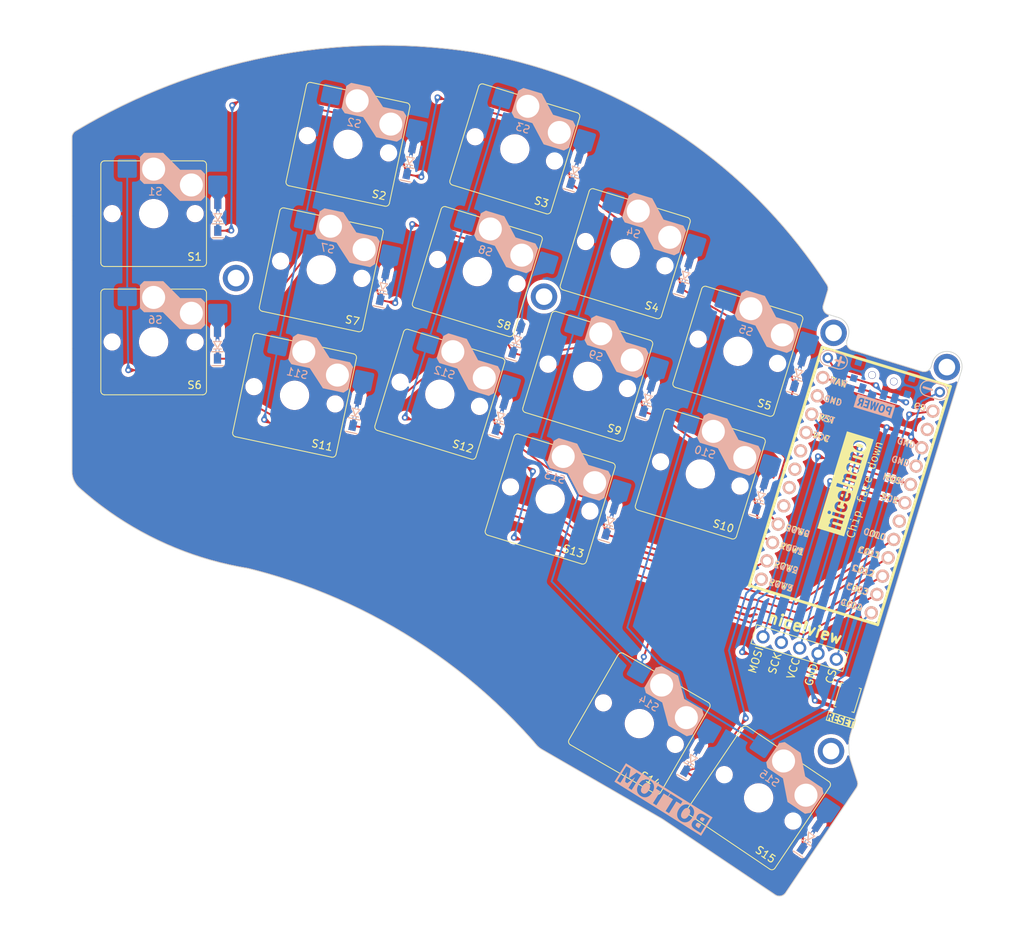
<source format=kicad_pcb>
(kicad_pcb (version 20241229) (generator "pcbnew") (generator_version "9.0")
  (title_block (title "Koeleria") (rev "v1.1"))
  (layers (0 "F.Cu" signal) (2 "B.Cu" signal) (13 "F.Paste" user) (15 "B.Paste" user) (5 "F.SilkS" user "F.Silkscreen") (7 "B.SilkS" user "B.Silkscreen") (1 "F.Mask" user) (3 "B.Mask" user) (25 "Edge.Cuts" user))
  (net 0 "")
  (net 1 "pinky_home")
  (net 2 "pinky_top")
  (net 3 "ring_bottom")
  (net 4 "ring_home")
  (net 5 "ring_top")
  (net 6 "middle_bottom")
  (net 7 "middle_home")
  (net 8 "middle_top")
  (net 9 "index_bottom")
  (net 10 "index_home")
  (net 11 "index_top")
  (net 12 "inner_bottom")
  (net 13 "inner_home")
  (net 14 "inner_thumb")
  (net 15 "space_thumb")
  (footprint "" (layer "F.Cu") (at 251.905376 166.665948)
    (property "Reference" "")
    (property "Value" "")
  )
  (footprint "kibuzzard-6365884B" (layer "F.Cu") (at 253.825376 131.255948 73.02)
    (property "Reference" "kibuzzard-6365884B" (hide yes))
    (property "Value" "G***" (hide yes))
  )
  (footprint "KiCad Footprints:ducky_Hotswap_Kailh_Choc_V1_tweaked" (layer "F.Cu") (at 219.66741 117.010608 -17.01)
    (property "Reference" "S9")
    (property "Value" "")
  )
  (footprint "KiCad Footprints:ducky_Hotswap_Kailh_Choc_V1_tweaked" (layer "F.Cu") (at 162.147788 95.451622)
    (property "Reference" "S1")
    (property "Value" "")
  )
  (footprint "KiCad Footprints:ducky_Hotswap_Kailh_Choc_V1_tweaked" (layer "F.Cu") (at 205.037783 103.124919 -17)
    (property "Reference" "S8")
    (property "Value" "")
  )
  (footprint "KiCad Footprints:ducky_Hotswap_Kailh_Choc_V1_tweaked" (layer "F.Cu") (at 242.314893 172.863983 -34.01)
    (property "Reference" "S15")
    (property "Value" "")
  )
  (footprint "" (layer "F.Cu") (at 267.257333 115.781569)
    (property "Reference" "")
    (property "Value" "")
  )
  (footprint "Button_Switch_SMD:SW_SPST_B3U-1000P" (layer "F.Cu") (at 254.095376 159.565948 73)
    (property "Reference" "RESET")
    (property "Value" "SW_SPST_B3U-1000P" (hide yes))
  )
  (footprint "KiCad Footprints:ducky_Hotswap_Kailh_Choc_V1_tweaked" (layer "F.Cu") (at 162.147788 112.451622)
    (property "Reference" "S6")
    (property "Value" "")
  )
  (footprint "KiCad Footprints:ducky_Hotswap_Kailh_Choc_V1_tweaked" (layer "F.Cu") (at 184.35682 102.89099 -12)
    (property "Reference" "S7")
    (property "Value" "")
  )
  (footprint "" (layer "F.Cu") (at 173.065376 103.985948)
    (property "Reference" "")
    (property "Value" "")
  )
  (footprint "" (layer "F.Cu") (at 213.875376 106.445948)
    (property "Reference" "")
    (property "Value" "")
  )
  (footprint "KiCad Footprints:ducky_Hotswap_Kailh_Choc_V1_tweaked" (layer "F.Cu") (at 200.067464 119.3821 -17)
    (property "Reference" "S12")
    (property "Value" "")
  )
  (footprint "kibuzzard-636588C8" (layer "F.Cu") (at 256.412284 132.084169 73.02)
    (property "Reference" "kibuzzard-636588C8" (hide yes))
    (property "Value" "G***" (hide yes))
  )
  (footprint "KiCad Footprints:ducky_Hotswap_Kailh_Choc_V1_tweaked" (layer "F.Cu") (at 210.008102 86.867738 -17)
    (property "Reference" "S3")
    (property "Value" "")
  )
  (footprint "" (layer "F.Cu") (at 252.245376 111.245948)
    (property "Reference" "")
    (property "Value" "")
  )
  (footprint "KiCad Footprints:ducky_1pin_Battery" (layer "F.Cu") (at 251.478296 114.562255 -17)
    (property "Reference" "Bat+0" (hide yes))
    (property "Value" "MountingHole_Pad" (hide yes))
  )
  (footprint "KiCad Footprints:ducky_1pin_Battery" (layer "F.Cu") (at 266.322456 119.089641 163)
    (property "Reference" "Bat+0" (hide yes))
    (property "Value" "MountingHole_Pad" (hide yes))
  )
  (footprint "KiCad Footprints:ducky_Hotswap_Kailh_Choc_V1_tweaked" (layer "F.Cu") (at 224.640566 100.754295 -17.01)
    (property "Reference" "S4")
    (property "Value" "")
  )
  (footprint "KiCad Footprints:ducky_Hotswap_Kailh_Choc_V1_tweaked" (layer "F.Cu") (at 239.560308 113.686285 -17.02)
    (property "Reference" "S5")
    (property "Value" "")
  )
  (footprint "KiCad Footprints:ducky_Hotswap_Kailh_Choc_V1_tweaked" (layer "F.Cu") (at 180.822322 119.519499 -12)
    (property "Reference" "S11")
    (property "Value" "")
  )
  (footprint "KiCad Footprints:ducky_Hotswap_Kailh_Choc_V1_tweaked" (layer "F.Cu") (at 234.584314 129.94173 -17.02)
    (property "Reference" "S10")
    (property "Value" "")
  )
  (footprint "KiCad Footprints:ducky_Hotswap_Kailh_Choc_V1_tweaked" (layer "F.Cu") (at 226.505863 163.024037 -30.01)
    (property "Reference" "S14")
    (property "Value" "")
  )
  (footprint "KiCad Footprints:ducky_Hotswap_Kailh_Choc_V1_tweaked" (layer "F.Cu") (at 187.891319 86.26248 -12)
    (property "Reference" "S2")
    (property "Value" "")
  )
  (footprint "KiCad Footprints:ducky_nice_view" (layer "F.Cu") (at 252.566416 137.245986 -16.98)
    (property "Reference" "DISP1" (hide yes))
    (property "Value" "" (hide yes))
  )
  (footprint "KiCad Footprints:ducky_Hotswap_Kailh_Choc_V1_tweaked" (layer "F.Cu") (at 214.694253 133.266922 -17.01)
    (property "Reference" "S13")
    (property "Value" "")
  )
  (footprint "KiCad Footprints:ducky_diode" (layer "B.Cu") (at 227.685376 119.895948 72.99)
    (property "Reference" "D7" (hide yes))
    (property "Value" "" (hide yes))
  )
  (footprint "urchin-footprints:smt-slider-switch" (layer "B.Cu") (at 258.785376 117.265948 163.25)
    (property "Reference" "SW_POWER1" (hide yes))
    (property "Value" "SW_SPDT" (hide yes))
  )
  (footprint "KiCad Footprints:ducky_diode" (layer "B.Cu") (at 222.725376 136.155948 72.99)
    (property "Reference" "D12" (hide yes))
    (property "Value" "" (hide yes))
  )
  (footprint "KiCad Footprints:ducky_diode" (layer "B.Cu") (at 218.075376 89.675948 73)
    (property "Reference" "D2" (hide yes))
    (property "Value" "" (hide yes))
  )
  (footprint "KiCad Footprints:duckey diode" (layer "B.Cu") (at 170.725376 95.825948 90)
    (property "Reference" "D4" (hide yes))
    (property "Value" "" (hide yes))
  )
  (footprint "KiCad Footprints:ducky_diode" (layer "B.Cu") (at 249.195376 178.035948 55.99)
    (property "Reference" "D15" (hide yes))
    (property "Value" "" (hide yes))
  )
  (footprint "KiCad Footprints:ducky_nice_nano" (layer "B.Cu") (at 254.037788 132.751622 -106.98)
    (property "Reference" "U2" (hide yes))
    (property "Value" "nice_nano" (hide yes))
  )
  (footprint "KiCad Footprints:ducky_diode" (layer "B.Cu") (at 170.685376 112.765948 90)
    (property "Reference" "D9" (hide yes))
    (property "Value" "" (hide yes))
  )
  (footprint "KiCad Footprints:ducky_diode" (layer "B.Cu") (at 196.175376 88.375948 78)
    (property "Reference" "D1" (hide yes))
    (property "Value" "" (hide yes))
  )
  (footprint "KiCad Footprints:ducky_diode" (layer "B.Cu") (at 208.175376 122.285948 73)
    (property "Reference" "D11" (hide yes))
    (property "Value" "" (hide yes))
  )
  (footprint "kibuzzard-6365951E" (layer "B.Cu") (at 257.665376 120.965948 163.02)
    (property "Reference" "kibuzzard-6365951E" (hide yes))
    (property "Value" "G***" (hide yes))
  )
  (footprint "KiCad Footprints:ducky_diode" (layer "B.Cu") (at 242.665376 132.835948 72.98)
    (property "Reference" "D13" (hide yes))
    (property "Value" "" (hide yes))
  )
  (footprint "KiCad Footprints:ducky_diode" (layer "B.Cu") (at 192.635376 105.055948 78)
    (property "Reference" "D5" (hide yes))
    (property "Value" "" (hide yes))
  )
  (footprint "KiCad Footprints:ducky_diode" (layer "B.Cu") (at 210.385376 112.105948 73)
    (property "Reference" "D6" (hide yes))
    (property "Value" "" (hide yes))
  )
  (footprint "KiCad Footprints:ducky_diode" (layer "B.Cu") (at 247.665376 116.545948 72.98)
    (property "Reference" "D8" (hide yes))
    (property "Value" "" (hide yes))
  )
  (footprint "KiCad Footprints:ducky_diode" (layer "B.Cu") (at 232.685376 103.595948 72.99)
    (property "Reference" "D3" (hide yes))
    (property "Value" "" (hide yes))
  )
  (footprint "KiCad Footprints:ducky_diode" (layer "B.Cu") (at 189.005376 121.705948 78)
    (property "Reference" "D10" (hide yes))
    (property "Value" "" (hide yes))
  )
  (footprint "KiCad Footprints:ducky_diode" (layer "B.Cu") (at 233.625376 167.725948 59.99)
    (property "Reference" "D14" (hide yes))
    (property "Value" "" (hide yes))
  )
  (gr_arc (start 213.600073 166.460934) (mid 213.10345 166.101814) (end 212.690188 165.64925) (stroke (width 0.1)) (layer "Edge.Cuts"))
  (gr_line (start 269.198012 116.245531) (end 254.540523 164.247935) (stroke (width 0.1)) (layer "Edge.Cuts"))
  (gr_arc (start 151.800639 84.486504) (mid 177.242795 74.648202) (end 204.513821 74.026346) (stroke (width 0.1)) (layer "Edge.Cuts"))
  (gr_arc (start 174.623524 142.460033) (mid 162.708326 138.730311) (end 152.316507 131.809844) (stroke (width 0.1)) (layer "Edge.Cuts"))
  (gr_arc (start 252.860592 109.208195) (mid 254.040951 110.180042) (end 254.189257 111.701825) (stroke (width 0.1)) (layer "Edge.Cuts"))
  (gr_line (start 151.316185 85.343796) (end 151.316185 95.774643) (stroke (width 0.1)) (layer "Edge.Cuts"))
  (gr_line (start 255.280226 171.538204) (end 245.892271 185.451181) (stroke (width 0.1)) (layer "Edge.Cuts"))
  (gr_line (start 265.360182 115.126575) (end 265.194681 115.668579) (stroke (width 0.1)) (layer "Edge.Cuts"))
  (gr_arc (start 254.562205 168.026391) (mid 254.263814 166.138814) (end 254.540523 164.247935) (stroke (width 0.1)) (layer "Edge.Cuts"))
  (gr_arc (start 152.316507 131.809844) (mid 151.577661 130.798432) (end 151.316185 129.573491) (stroke (width 0.1)) (layer "Edge.Cuts"))
  (gr_line (start 229.55072 175.673758) (end 213.600073 166.460934) (stroke (width 0.1)) (layer "Edge.Cuts"))
  (gr_arc (start 245.892271 185.451181) (mid 245.253479 185.873828) (end 244.502938 185.720988) (stroke (width 0.1)) (layer "Edge.Cuts"))
  (gr_arc (start 204.513821 74.026346) (mid 231.173247 84.498849) (end 251.354682 104.823907) (stroke (width 0.1)) (layer "Edge.Cuts"))
  (gr_line (start 252.860592 109.208195) (end 251.555234 108.808609) (stroke (width 0.1)) (layer "Edge.Cuts"))
  (gr_arc (start 255.404373 170.675216) (mid 255.441199 171.120932) (end 255.280226 171.538204) (stroke (width 0.1)) (layer "Edge.Cuts"))
  (gr_line (start 151.316185 101.616643) (end 151.316185 113.300643) (stroke (width 0.1)) (layer "Edge.Cuts"))
  (gr_line (start 254.685376 113.505948) (end 263.945288 116.333452) (stroke (width 0.1)) (layer "Edge.Cuts"))
  (gr_arc (start 251.555234 108.808609) (mid 250.964479 108.321351) (end 250.89113 107.559086) (stroke (width 0.1)) (layer "Edge.Cuts"))
  (gr_line (start 244.502938 185.720988) (end 229.55072 175.673758) (stroke (width 0.1)) (layer "Edge.Cuts"))
  (gr_line (start 250.89113 107.559086) (end 251.47163 105.660357) (stroke (width 0.1)) (layer "Edge.Cuts"))
  (gr_line (start 255.404373 170.675216) (end 254.562205 168.026391) (stroke (width 0.1)) (layer "Edge.Cuts"))
  (gr_arc (start 251.354682 104.823907) (mid 251.505727 105.229192) (end 251.47163 105.660357) (stroke (width 0.1)) (layer "Edge.Cuts"))
  (gr_line (start 151.316185 101.616643) (end 151.316185 95.774643) (stroke (width 0.1)) (layer "Edge.Cuts"))
  (gr_arc (start 265.194681 115.668579) (mid 264.70768 116.25974) (end 263.945288 116.333452) (stroke (width 0.1)) (layer "Edge.Cuts"))
  (gr_arc (start 254.685376 113.505948) (mid 254.094439 113.019403) (end 254.020199 112.257549) (stroke (width 0.1)) (layer "Edge.Cuts"))
  (gr_arc (start 265.359239 115.129661) (mid 267.879031 113.807412) (end 269.198012 116.245531) (stroke (width 0.1)) (layer "Edge.Cuts"))
  (gr_arc (start 151.316185 85.343796) (mid 151.445672 84.851438) (end 151.800639 84.486504) (stroke (width 0.1)) (layer "Edge.Cuts"))
  (gr_line (start 151.316185 119.142643) (end 151.316185 129.573491) (stroke (width 0.1)) (layer "Edge.Cuts"))
  (gr_line (start 254.189257 111.701825) (end 254.020199 112.257549) (stroke (width 0.1)) (layer "Edge.Cuts"))
  (gr_line (start 151.316185 119.142643) (end 151.316185 113.300643) (stroke (width 0.1)) (layer "Edge.Cuts"))
  (gr_arc (start 174.623524 142.460033) (mid 195.437226 151.132044) (end 212.690188 165.64925) (stroke (width 0.1)) (layer "Edge.Cuts"))
  (gr_text "ROW3" (at 243.435376 144.635948 343.019) (layer "F.SilkS") (effects (font (size 0.8 0.8) (thickness 0.15) (bold yes)) (justify left bottom)))
  (gr_text "nice!view" (at 248.465376 150.335948 343.02) (layer "F.SilkS") (effects (font (size 1.5 1.5) (thickness 0.3))))
  (gr_text "COL2" (at 254.501505 142.767141 343.02) (layer "F.SilkS") (effects (font (size 0.8 0.8) (thickness 0.15) (bold yes)) (justify left bottom)))
  (gr_text "COL4" (at 252.951505 147.287141 343.019) (layer "F.SilkS") (effects (font (size 0.8 0.8) (thickness 0.15) (bold yes)) (justify left bottom)))
  (gr_text "COL2" (at 257.551505 143.697141 343.019) (layer "B.SilkS") (effects (font (size 0.8 0.8) (thickness 0.15) (bold yes)) (justify left bottom mirror)))
  (gr_text "ROW3" (at 246.795376 145.675948 343.02) (layer "B.SilkS") (effects (font (size 0.8 0.8) (thickness 0.15) (bold yes)) (justify left bottom mirror)))
  (gr_text "COL4" (at 256.021505 148.217141 343.02) (layer "B.SilkS") (effects (font (size 0.8 0.8) (thickness 0.15) (bold yes)) (justify left bottom mirror)))
  (gr_text "BOTTOM" (at 234.645376 177.975948 328) (layer "B.SilkS" knockout) (effects (font (size 2.25 2) (thickness 0.3) (bold yes)) (justify left bottom mirror)))
  (segment (start 219.925376 140.055189) (end 241.085376 146.665948) (width 0.25) (layer "F.Cu") (net 0))
  (segment (start 187.155376 128.715948) (end 215.596144 137.18518) (width 0.25) (layer "F.Cu") (net 0))
  (segment (start 251.478296 114.562255) (end 252.695376 116.605948) (width 0.25) (layer "F.Cu") (net 0))
  (segment (start 239.785376 143.265948) (end 243.411975 141.458025) (width 0.25) (layer "F.Cu") (net 0))
  (segment (start 241.715376 147.665948) (end 248.245376 149.695948) (width 0.25) (layer "F.Cu") (net 0))
  (segment (start 195.706983 90.218835) (end 197.615376 90.596568) (width 0.25) (layer "F.Cu") (net 0))
  (segment (start 250.185376 127.605948) (end 262.438271 131.333041) (width 0.25) (layer "F.Cu") (net 0))
  (segment (start 231.155376 101.145948) (end 232.057834 105.39089) (width 0.25) (layer "F.Cu") (net 0))
  (segment (start 248.425376 175.075948) (end 248.070464 179.568984) (width 0.25) (layer "F.Cu") (net 0))
  (segment (start 262.265376 122.055948) (end 265.405376 121.615948) (width 0.25) (layer "F.Cu") (net 0))
  (segment (start 245.855376 127.835948) (end 243.645376 135.205948) (width 0.25) (layer "F.Cu") (net 0))
  (segment (start 236.585376 168.185948) (end 240.605376 162.315948) (width 0.25) (layer "F.Cu") (net 0))
  (segment (start 247.285376 147.175948) (end 260.212943 138.62086) (width 0.25) (layer "F.Cu") (net 0))
  (segment (start 236.565376 172.045948) (end 243.295376 168.995948) (width 0.25) (layer "F.Cu") (net 0))
  (segment (start 216.790469 136.370855) (end 219.985376 138.955948) (width 0.25) (layer "F.Cu") (net 0))
  (segment (start 254.592406 157.940232) (end 240.125376 153.545948) (width 0.25) (layer "F.Cu") (net 0))
  (segment (start 228.802631 148.995948) (end 234.375376 147.523656) (width 0.25) (layer "F.Cu") (net 0))
  (segment (start 221.945376 113.735948) (end 223.415376 116.555948) (width 0.25) (layer "F.Cu") (net 0))
  (segment (start 216.955376 129.915948) (end 218.405376 132.755948) (width 0.25) (layer "F.Cu") (net 0))
  (segment (start 221.065376 133.555948) (end 222.097834 137.95089) (width 0.25) (layer "F.Cu") (net 0))
  (segment (start 176.795376 122.745948) (end 187.155376 128.715948) (width 0.25) (layer "F.Cu") (net 0))
  (segment (start 245.455376 170.385948) (end 246.115376 173.455948) (width 0.25) (layer "F.Cu") (net 0))
  (segment (start 209.885376 138.385948) (end 217.715376 140.704703) (width 0.25) (layer "F.Cu") (net 0))
  (segment (start 186.245376 99.405948) (end 187.825376 102.035948) (width 0.25) (layer "F.Cu") (net 0))
  (segment (start 241.085376 146.665948) (end 241.825376 146.585948) (width 0.25) (layer "F.Cu") (net 0))
  (segment (start 190.015376 123.815948) (end 199.945376 115.525948) (width 0.25) (layer "F.Cu") (net 0))
  (segment (start 245.905376 114.005948) (end 247.03752 118.34078) (width 0.25) (layer "F.Cu") (net 0))
  (segment (start 203.695376 118.855948) (end 206.575376 119.785948) (width 0.25) (layer "F.Cu") (net 0))
  (segment (start 208.695376 102.575948) (end 208.125376 110.965948) (width 0.25) (layer "F.Cu") (net 0))
  (segment (start 207.548147 124.080999) (end 214.455376 129.195948) (width 0.25) (layer "F.Cu") (net 0))
  (segment (start 242.345376 137.955948) (end 244.153751 139.02875) (width 0.25) (layer "F.Cu") (net 0))
  (segment (start 211.315376 114.335948) (end 219.615376 112.975948) (width 0.25) (layer "F.Cu") (net 0))
  (segment (start 228.445376 100.255948) (end 231.155376 101.145948) (width 0.25) (layer "F.Cu") (net 0))
  (segment (start 212.175376 83.495948) (end 213.735376 86.315948) (width 0.25) (layer "F.Cu") (net 0))
  (segment (start 232.610143 169.333719) (end 236.035376 171.665948) (width 0.25) (layer "F.Cu") (net 0))
  (segment (start 207.285376 99.845948) (end 208.695376 102.575948) (width 0.25) (layer "F.Cu") (net 0))
  (segment (start 199.945376 115.525948) (end 202.285376 116.165948) (width 0.25) (layer "F.Cu") (net 0))
  (segment (start 250.829737 117.165291) (end 261.855376 120.455948) (width 0.25) (layer "F.Cu") (net 0))
  (segment (start 188.536983 123.548835) (end 190.015376 123.815948) (width 0.25) (layer "F.Cu") (net 0))
  (segment (start 190.10141 83.239914) (end 191.665376 85.535948) (width 0.25) (layer "F.Cu") (net 0))
  (segment (start 238.375376 129.445948) (end 241.095376 130.315948) (width 0.25) (layer "F.Cu") (net 0))
  (segment (start 241.075376 147.925948) (end 241.715376 147.665948) (width 0.25) (layer "F.Cu") (net 0))
  (segment (start 239.435376 109.735948) (end 241.825376 110.435948) (width 0.25) (layer "F.Cu") (net 0))
  (segment (start 209.758147 113.900999) (end 211.315376 114.335948) (width 0.25) (layer "F.Cu") (net 0))
  (segment (start 248.305376 151.255948) (end 257.987615 145.90868) (width 0.25) (layer "F.Cu") (net 0))
  (segment (start 187.825376 102.035948) (end 190.855376 102.715948) (width 0.25) (layer "F.Cu") (net 0))
  (segment (start 227.057834 121.69089) (end 229.595376 122.495948) (width 0.25) (layer "F.Cu") (net 0))
  (segment (start 216.655376 87.165948) (end 217.448147 91.470999) (width 0.25) (layer "F.Cu") (net 0))
  (segment (start 229.595376 122.495948) (end 234.335376 125.865948) (width 0.25) (layer "F.Cu") (net 0))
  (segment (start 247.905376 148.455948) (end 259.471167 141.050133) (width 0.25) (layer "F.Cu") (net 0))
  (segment (start 241.825376 146.585948) (end 247.905376 148.455948) (width 0.25) (layer "F.Cu") (net 0))
  (segment (start 183.955376 99.005948) (end 186.245376 99.405948) (width 0.25) (layer "F.Cu") (net 0))
  (segment (start 171.925376 114.675948) (end 183.955376 99.005948) (width 0.25) (layer "F.Cu") (net 0))
  (segment (start 219.985376 138.955948) (end 246.065376 146.815948) (width 0.25) (layer "F.Cu") (net 0))
  (segment (start 204.965376 99.147153) (end 196.415376 96.835948) (width 0.25) (layer "F.Cu") (net 0))
  (segment (start 248.245376 149.695948) (end 258.729391 143.479406) (width 0.25) (layer "F.Cu") (net 0))
  (segment (start 214.455376 129.195948) (end 216.955376 129.915948) (width 0.25) (layer "F.Cu") (net 0))
  (segment (start 223.415376 116.555948) (end 226.145376 117.345948) (width 0.25) (layer "F.Cu") (net 0))
  (segment (start 194.435376 86.105948) (end 195.706983 90.218835) (width 0.25) (layer "F.Cu") (net 0))
  (segment (start 236.835376 126.665948) (end 238.375376 129.445948) (width 0.25) (layer "F.Cu") (net 0))
  (segment (start 199.765376 80.045948) (end 209.935376 82.895948) (width 0.25) (layer "F.Cu") (net 0))
  (segment (start 262.145376 124.655948) (end 263.921825 126.474494) (width 0.5) (layer "F.Cu") (net 0))
  (segment (start 242.03752 134.63078) (end 242.345376 137.955948) (width 0.25) (layer "F.Cu") (net 0))
  (segment (start 241.275376 149.655948) (end 241.985376 149.325948) (width 0.25) (layer "F.Cu") (net 0))
  (segment (start 226.845376 97.435948) (end 228.445376 100.255948) (width 0.25) (layer "F.Cu") (net 0))
  (segment (start 243.295376 168.995948) (end 245.455376 170.385948) (width 0.25) (layer "F.Cu") (net 0))
  (segment (start 243.185376 113.085948) (end 245.905376 114.005948) (width 0.25) (layer "F.Cu") (net 0))
  (segment (start 170.650376 97.725948) (end 172.565376 97.685948) (width 0.25) (layer "F.Cu") (net 0))
  (segment (start 241.985376 149.325948) (end 248.305376 151.255948) (width 0.25) (layer "F.Cu") (net 0))
  (segment (start 209.935376 82.895948) (end 212.175376 83.495948) (width 0.25) (layer "F.Cu") (net 0))
  (segment (start 202.285376 116.165948) (end 203.695376 118.855948) (width 0.25) (layer "F.Cu") (net 0))
  (segment (start 170.610376 114.665948) (end 171.925376 114.675948) (width 0.25) (layer "F.Cu") (net 0))
  (segment (start 241.825376 110.435948) (end 243.185376 113.085948) (width 0.25) (layer "F.Cu") (net 0))
  (segment (start 244.575376 126.395948) (end 245.855376 127.835948) (width 0.25) (layer "F.Cu") (net 0))
  (segment (start 243.645376 135.205948) (end 244.895528 136.599476) (width 0.25) (layer "F.Cu") (net 0))
  (segment (start 217.525376 140.645969) (end 241.075376 147.925948) (width 0.25) (layer "F.Cu") (net 0))
  (segment (start 228.802631 148.995948) (end 227.100832 154.175948) (width 0.25) (layer "F.Cu") (net 0))
  (segment (start 234.335376 125.865948) (end 236.835376 126.665948) (width 0.25) (layer "F.Cu") (net 0))
  (segment (start 191.665376 85.535948) (end 194.435376 86.105948) (width 0.25) (layer "F.Cu") (net 0))
  (segment (start 168.275376 116.255948) (end 175.465376 120.835948) (width 0.25) (layer "F.Cu") (net 0))
  (segment (start 232.610143 169.333719) (end 236.585376 168.185948) (width 0.25) (layer "F.Cu") (net 0))
  (segment (start 247.03752 118.34078) (end 244.575376 126.395948) (width 0.25) (layer "F.Cu") (net 0))
  (segment (start 234.375376 147.523656) (end 241.275376 149.655948) (width 0.25) (layer "F.Cu") (net 0))
  (segment (start 189.815376 82.785948) (end 174.595376 79.795948) (width 0.25) (layer "F.Cu") (net 0))
  (segment (start 246.065376 146.815948) (end 247.285376 147.175948) (width 0.25) (layer "F.Cu") (net 0))
  (segment (start 174.595376 79.795948) (end 172.565376 81.095948) (width 0.25) (layer "F.Cu") (net 0))
  (segment (start 218.405376 132.755948) (end 221.065376 133.555948) (width 0.25) (layer "F.Cu") (net 0))
  (segment (start 158.785376 116.185948) (end 168.275376 116.255948) (width 0.25) (layer "F.Cu") (net 0))
  (segment (start 232.057834 105.39089) (end 239.435376 109.735948) (width 0.25) (layer "F.Cu") (net 0))
  (segment (start 175.465376 120.835948) (end 187.595376 127.695948) (width 0.25) (layer "F.Cu") (net 0))
  (segment (start 224.455376 96.795948) (end 226.845376 97.435948) (width 0.25) (layer "F.Cu") (net 0))
  (segment (start 190.855376 102.715948) (end 192.166983 106.898835) (width 0.25) (layer "F.Cu") (net 0))
  (segment (start 195.435376 122.475948) (end 203.395376 124.805948) (width 0.25) (layer "F.Cu") (net 0))
  (segment (start 204.795376 99.095948) (end 207.285376 99.845948) (width 0.25) (layer "F.Cu") (net 0))
  (segment (start 251.675376 121.395948) (end 262.145376 124.655948) (width 0.5) (layer "F.Cu") (net 0))
  (segment (start 226.145376 117.345948) (end 227.057834 121.69089) (width 0.25) (layer "F.Cu") (net 0))
  (segment (start 246.115376 173.455948) (end 248.425376 175.075948) (width 0.25) (layer "F.Cu") (net 0))
  (segment (start 251.805376 130.885948) (end 261.696495 133.762314) (width 0.25) (layer "F.Cu") (net 0))
  (segment (start 252.695376 116.605948) (end 257.865376 118.195948) (width 0.25) (layer "F.Cu") (net 0))
  (segment (start 249.775376 159.955948) (end 253.598346 161.191664) (width 0.5) (layer "F.Cu") (net 0))
  (segment (start 190.10141 83.239914) (end 189.815376 82.785948) (width 0.25) (layer "F.Cu") (net 0))
  (segment (start 213.735376 86.315948) (end 216.655376 87.165948) (width 0.25) (layer "F.Cu") (net 0))
  (segment (start 206.575376 119.785948) (end 207.548147 124.080999) (width 0.25) (layer "F.Cu") (net 0))
  (segment (start 192.166983 106.898835) (end 194.155376 107.295948) (width 0.25) (layer "F.Cu") (net 0))
  (segment (start 236.035376 171.665948) (end 236.565376 172.045948) (width 0.25) (layer "F.Cu") (net 0))
  (segment (start 222.097834 137.95089) (end 239.785376 143.265948) (width 0.25) (layer "F.Cu") (net 0))
  (segment (start 203.395376 124.805948) (end 207.715376 126.085948) (width 0.25) (layer "F.Cu") (net 0))
  (segment (start 241.095376 130.315948) (end 242.03752 134.63078) (width 0.25) (layer "F.Cu") (net 0))
  (segment (start 219.925376 140.055189) (end 216.365376 137.415948) (width 0.25) (layer "F.Cu") (net 0))
  (segment (start 250.087961 119.594564) (end 251.675376 121.395948) (width 0.5) (layer "F.Cu") (net 0))
  (segment (start 255.675376 126.595948) (end 248.604409 124.453111) (width 0.25) (layer "F.Cu") (net 0))
  (segment (start 217.448147 91.470999) (end 224.455376 96.795948) (width 0.25) (layer "F.Cu") (net 0))
  (segment (start 207.715376 126.085948) (end 212.398855 129.592469) (width 0.25) (layer "F.Cu") (net 0))
  (segment (start 208.125376 110.965948) (end 209.758147 113.900999) (width 0.25) (layer "F.Cu") (net 0))
  (segment (start 187.595376 127.695948) (end 216.790469 136.370855) (width 0.25) (layer "F.Cu") (net 0))
  (segment (start 216.365376 137.415948) (end 215.596144 137.18518) (width 0.25) (layer "F.Cu") (net 0))
  (segment (start 219.615376 112.975948) (end 221.945376 113.735948) (width 0.25) (layer "F.Cu") (net 0))
  (via (at 257.865376 118.195948) (size 0.8) (drill 0.4) (layers "F.Cu" "B.Cu") (net 0))
  (via (at 209.885376 138.385948) (size 0.8) (drill 0.4) (layers "F.Cu" "B.Cu") (net 0))
  (via (at 212.398855 129.592469) (size 0.8) (drill 0.4) (layers "F.Cu" "B.Cu") (net 0))
  (via (at 158.785376 116.185948) (size 0.8) (drill 0.4) (layers "F.Cu" "B.Cu") (net 0))
  (via (at 240.125376 153.545948) (size 0.8) (drill 0.4) (layers "F.Cu" "B.Cu") (net 0))
  (via (at 195.435376 122.475948) (size 0.8) (drill 0.4) (layers "F.Cu" "B.Cu") (net 0))
  (via (at 176.795376 122.745948) (size 0.8) (drill 0.4) (layers "F.Cu" "B.Cu") (net 0))
  (via (at 227.100832 154.175948) (size 0.8) (drill 0.4) (layers "F.Cu" "B.Cu") (net 0))
  (via (at 262.520926 125.040398) (size 0.8) (drill 0.4) (layers "F.Cu" "B.Cu") (net 0))
  (via (at 261.855376 120.455948) (size 0.8) (drill 0.4) (layers "F.Cu" "B.Cu") (net 0))
  (via (at 196.415376 96.835948) (size 0.8) (drill 0.4) (layers "F.Cu" "B.Cu") (net 0))
  (via (at 172.565376 81.095948) (size 0.8) (drill 0.4) (layers "F.Cu" "B.Cu") (net 0))
  (via (at 249.775376 159.955948) (size 0.8) (drill 0.4) (layers "F.Cu" "B.Cu") (net 0))
  (via (at 250.185376 127.605948) (size 0.8) (drill 0.4) (layers "F.Cu" "B.Cu") (net 0))
  (via (at 262.265376 122.055948) (size 0.8) (drill 0.4) (layers "F.Cu" "B.Cu") (net 0))
  (via (at 259.285376 123.765442) (size 0.8) (drill 0.4) (layers "F.Cu" "B.Cu") (net 0))
  (via (at 240.605376 162.315948) (size 0.8) (drill 0.4) (layers "F.Cu" "B.Cu") (net 0))
  (via (at 251.805376 130.885948) (size 0.8) (drill 0.4) (layers "F.Cu" "B.Cu") (net 0))
  (via (at 172.435376 97.688663) (size 0.8) (drill 0.4) (layers "F.Cu" "B.Cu") (net 0))
  (via (at 199.765376 80.045948) (size 0.8) (drill 0.4) (layers "F.Cu" "B.Cu") (net 0))
  (via (at 194.155376 107.295948) (size 0.8) (drill 0.4) (layers "F.Cu" "B.Cu") (net 0))
  (via (at 255.675376 126.595948) (size 0.8) (drill 0.4) (layers "F.Cu" "B.Cu") (net 0))
  (via (at 197.615376 90.596568) (size 0.8) (drill 0.4) (layers "F.Cu" "B.Cu") (net 0))
  (segment (start 178.646276 112.922921) (end 185.715273 79.665902) (width 0.25) (layer "B.Cu") (net 0))
  (segment (start 248.985376 157.605948) (end 249.775376 159.955948) (width 0.5) (layer "B.Cu") (net 0))
  (segment (start 258.905547 119.469056) (end 257.865376 118.195948) (width 0.25) (layer "B.Cu") (net 0))
  (segment (start 250.375376 123.495948) (end 249.346185 122.023838) (width 0.25) (layer "B.Cu") (net 0))
  (segment (start 212.398855 129.592469) (end 209.885376 138.385948) (width 0.25) (layer "B.Cu") (net 0))
  (segment (start 253.785376 156.585948) (end 256.025376 149.445948) (width 0.25) (layer "B.Cu") (net 0))
  (segment (start 242.335376 146.465948) (end 243.675376 145.555948) (width 0.25) (layer "B.Cu") (net 0))
  (segment (start 232.665376 159.735948) (end 242.769629 165.932662) (width 0.25) (layer "B.Cu") (net 0))
  (segment (start 251.605376 161.095948) (end 252.825376 157.255948) (width 0.25) (layer "B.Cu") (net 0))
  (segment (start 245.324359 152.265793) (end 251.805376 130.885948) (width 0.25) (layer "B.Cu") (net 0))
  (segment (start 213.102597 126.505515) (end 214.645376 129.315948) (width 0.25) (layer "B.Cu") (net 0))
  (segment (start 250.182905 153.749346) (end 248.985376 157.605948) (width 0.5) (layer "B.Cu") (net 0))
  (segment (start 224.905376 150.295948) (end 229.165376 155.055948) (width 0.25) (layer "B.Cu") (net 0))
  (segment (start 198.474628 112.62097) (end 208.415266 80.106608) (width 0.25) (layer "B.Cu") (net 0))
  (segment (start 197.615376 90.596568) (end 199.725376 80.285948) (width 0.25) (layer "B.Cu") (net 0))
  (segment (start 198.474628 112.62097) (end 195.435376 122.475948) (width 0.25) (layer "B.Cu") (net 0))
  (segment (start 158.647788 106.451622) (end 158.785376 116.185948) (width 0.25) (layer "B.Cu") (net 0))
  (segment (start 172.435376 97.688663) (end 172.565376 81.095948) (width 0.25) (layer "B.Cu") (net 0))
  (segment (start 213.102597 126.505515) (end 223.04891 93.992888) (width 0.25) (layer "B.Cu") (net 0))
  (segment (start 242.895086 151.524017) (end 250.185376 127.605948) (width 0.25) (layer "B.Cu") (net 0))
  (segment (start 263.865376 120.335948) (end 266.322456 119.089641) (width 0.25) (layer "B.Cu") (net 0))
  (segment (start 242.769629 165.932662) (end 251.605376 161.095948) (width 0.25) (layer "B.Cu") (net 0))
  (segment (start 240.685376 145.745948) (end 242.6702 143.887296) (width 0.25) (layer "B.Cu") (net 0))
  (segment (start 240.125376 153.545948) (end 242.335376 146.465948) (width 0.25) (layer "B.Cu") (net 0))
  (segment (start 199.725376 80.285948) (end 199.765376 80.045948) (width 0.25) (layer "B.Cu") (net 0))
  (segment (start 260.341904 119.90135) (end 261.855376 120.455948) (width 0.25) (layer "B.Cu") (net 0))
  (segment (start 196.415376 96.835948) (end 194.155376 107.295948) (width 0.25) (layer "B.Cu") (net 0))
  (segment (start 237.969832 106.9246) (end 232.993838 123.180045) (width 0.25) (layer "B.Cu") (net 0))
  (segment (start 214.645376 129.315948) (end 216.935376 129.915948) (width 0.25) (layer "B.Cu") (net 0))
  (segment (start 259.285376 123.765442) (end 250.182905 153.749346) (width 0.5) (layer "B.Cu") (net 0))
  (segment (start 263.921825 126.474494) (end 263.180048 128.903768) (width 0.25) (layer "B.Cu") (net 0))
  (segment (start 196.375376 97.035948) (end 196.415376 96.835948) (width 0.25) (layer "B.Cu") (net 0))
  (segment (start 218.385376 132.735948) (end 214.885376 144.175948) (width 0.25) (layer "B.Cu") (net 0))
  (segment (start 252.612178 154.491122) (end 262.265376 122.055948) (width 0.25) (layer "B.Cu") (net 0))
  (segment (start 240.605376 162.315948) (end 238.375376 153.325948) (width 0.25) (layer "B.Cu") (net 0))
  (segment (start 214.885376 144.175948) (end 226.475986 156.077879) (width 0.25) (layer "B.Cu") (net 0))
  (segment (start 229.165376 155.055948) (end 231.678983 156.532341) (width 0.25) (layer "B.Cu") (net 0))
  (segment (start 216.935376 129.915948) (end 218.385376 132.735948) (width 0.25) (layer "B.Cu") (net 0))
  (segment (start 262.520926 125.040398) (end 263.865376 120.335948) (width 0.25) (layer "B.Cu") (net 0))
  (segment (start 256.025376 149.445948) (end 257.245839 148.337953) (width 0.25) (layer "B.Cu") (net 0))
  (segment (start 231.678983 156.532341) (end 232.665376 159.735948) (width 0.25) (layer "B.Cu") (net 0))
  (segment (start 178.646276 112.922921) (end 176.795376 122.745948) (width 0.25) (layer "B.Cu") (net 0))
  (segment (start 232.993838 123.180045) (end 224.905376 150.295948) (width 0.25) (layer "B.Cu") (net 0))
  (segment (start 252.825376 157.255948) (end 253.785376 156.585948) (width 0.25) (layer "B.Cu") (net 0))
  (segment (start 226.475986 156.077879) (end 227.100832 154.175948) (width 0.25) (layer "B.Cu") (net 0))
  (segment (start 238.375376 153.325948) (end 240.685376 145.745948) (width 0.25) (layer "B.Cu") (net 0))
  (segment (start 243.675376 145.555948) (end 250.375376 123.495948) (width 0.25) (layer "B.Cu") (net 0))
  (segment (start 247.753632 153.007569) (end 255.675376 126.595948) (width 0.25) (layer "B.Cu") (net 0))
  (segment (start 158.647788 89.451622) (end 158.647788 106.451622) (width 0.25) (layer "B.Cu") (net 0))
  (segment (start 196.995638 84.312768) (end 196.445069 86.746411) (width 0.25) (layer "B.Cu") (net 1))
  (segment (start 219.247705 85.718939) (end 218.486065 88.076117) (width 0.25) (layer "B.Cu") (net 2))
  (segment (start 233.880369 99.607109) (end 233.096346 101.996189) (width 0.25) (layer "B.Cu") (net 3))
  (segment (start 170.647788 91.651622) (end 170.650376 94.175948) (width 0.25) (layer "B.Cu") (net 4))
  (segment (start 193.461139 100.941278) (end 192.905069 103.426411) (width 0.25) (layer "B.Cu") (net 5))
  (segment (start 211.135376 107.245948) (end 210.796065 110.506117) (width 0.25) (layer "B.Cu") (net 6))
  (segment (start 212.275376 103.765948) (end 211.135376 107.245948) (width 0.25) (layer "B.Cu") (net 6))
  (segment (start 214.277386 101.97612) (end 212.275376 103.765948) (width 0.25) (layer "B.Cu") (net 6))
  (segment (start 228.907213 115.863422) (end 228.096346 118.296189) (width 0.25) (layer "B.Cu") (net 7))
  (segment (start 248.800311 112.540712) (end 248.076625 114.946261) (width 0.25) (layer "B.Cu") (net 8))
  (segment (start 170.647788 108.651622) (end 170.610376 111.115948) (width 0.25) (layer "B.Cu") (net 9))
  (segment (start 189.926641 117.569787) (end 189.275069 120.076411) (width 0.25) (layer "B.Cu") (net 10))
  (segment (start 209.307067 118.233301) (end 208.586065 120.686117) (width 0.25) (layer "B.Cu") (net 11))
  (segment (start 223.934056 132.119736) (end 223.136346 134.556189) (width 0.25) (layer "B.Cu") (net 12))
  (segment (start 243.824317 128.796157) (end 243.076625 131.236261) (width 0.25) (layer "B.Cu") (net 13))
  (segment (start 235.766911 163.984757) (end 234.38568 166.259639) (width 0.25) (layer "B.Cu") (net 14))
  (segment (start 251.486366 174.468381) (end 250.056113 176.626247) (width 0.25) (layer "B.Cu") (net 15))
  (zone (net 0) (net_name "") (layers "F.Cu" "B.Cu") (connect_pads (clearance 0.508)) (min_thickness 0.25) (fill yes (thermal_gap 0.5) (thermal_bridge_width 0.5) (island_removal_mode 1) (island_area_min 10))
    (polygon (pts (xy 141.79 73.27) (xy 142.78 144.07) (xy 251.55 192.21) (xy 267.96 168.36) (xy 277.48 104.13) (xy 221.35 71.52) (xy 160.5 67.14)))
  )
)
</source>
